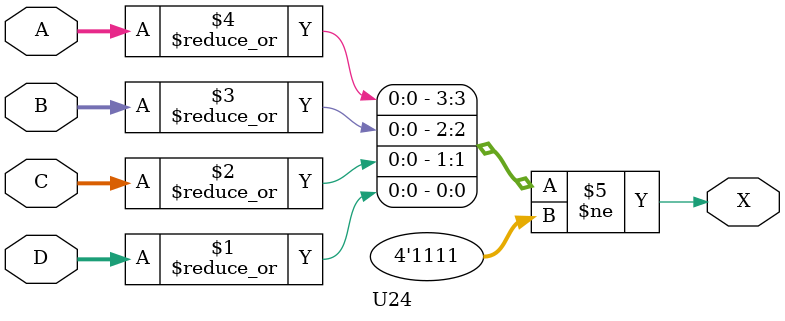
<source format=v>
module U24(	// file.cleaned.mlir:2:3
  input  [1:0] A,	// file.cleaned.mlir:2:21
               B,	// file.cleaned.mlir:2:33
               C,	// file.cleaned.mlir:2:45
               D,	// file.cleaned.mlir:2:57
  output       X	// file.cleaned.mlir:2:70
);

  assign X = {|A, |B, |C, |D} != 4'hF;	// file.cleaned.mlir:3:15, :5:10, :6:10, :7:10, :8:10, :9:10, :10:10, :11:5
endmodule


</source>
